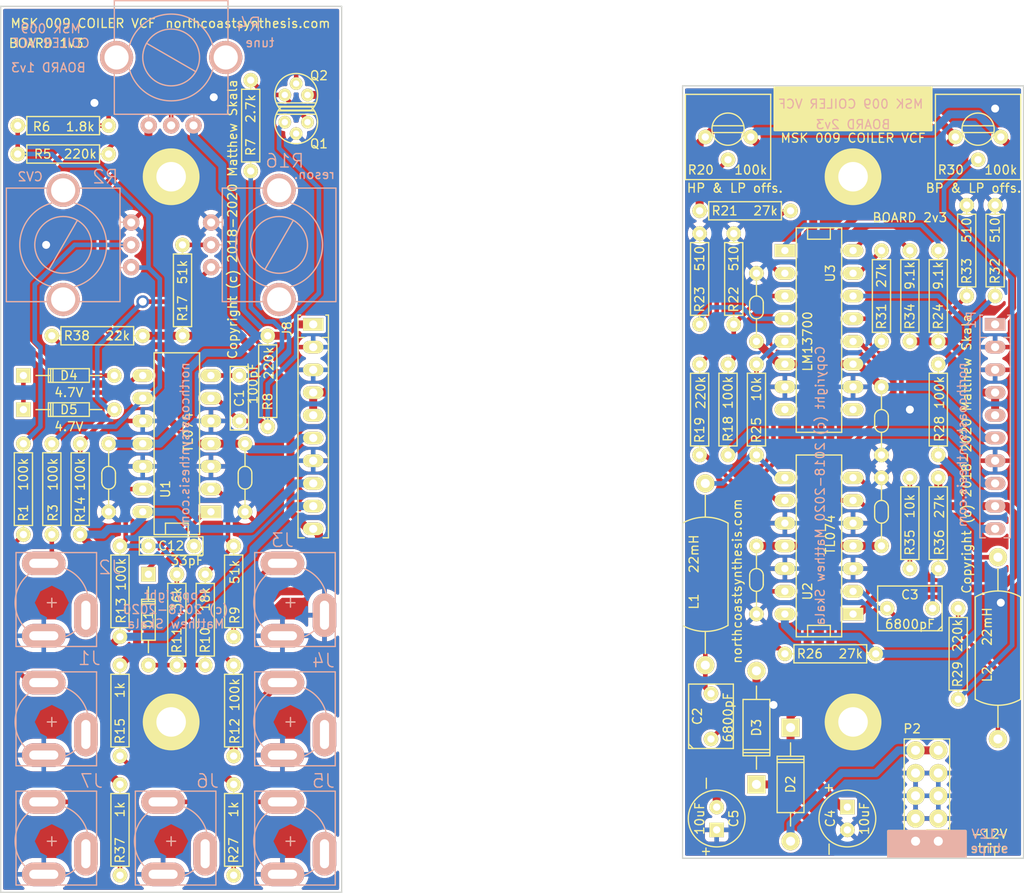
<source format=kicad_pcb>
(kicad_pcb (version 20211014) (generator pcbnew)
  (title_block (title "MSK 009 Coiler VCF") (comment 1 "\"$Id: coiler.kicad_pcb 10098 2022-05-27 20:40:50Z mskala $\""))
  (layers (0 "F.Cu" signal) (31 "B.Cu" signal) (34 "B.Paste" user) (35 "F.Paste" user) (36 "B.SilkS" user "B.Silkscreen") (37 "F.SilkS" user "F.Silkscreen") (38 "B.Mask" user) (39 "F.Mask" user) (44 "Edge.Cuts" user))
  (net 0 "")
  (net 1 "Net-(D1-Pad1)")
  (net 2 "GNDREF")
  (net 3 "Net-(J1-Pad1)")
  (net 4 "Net-(J2-Pad1)")
  (net 5 "Net-(J3-Pad1)")
  (net 6 "Net-(J4-Pad1)")
  (net 7 "Net-(J5-Pad1)")
  (net 8 "Net-(J6-Pad1)")
  (net 9 "Net-(L1-Pad1)")
  (net 10 "Net-(L2-Pad1)")
  (net 11 "-12V")
  (net 12 "+12V")
  (net 13 "Net-(R16-Pad2)")
  (net 14 "Net-(R21-Pad2)")
  (net 15 "Net-(R31-Pad2)")
  (net 16 "Net-(R34-Pad2)")
  (net 17 "Net-(R35-Pad2)")
  (net 18 "Net-(D2-Pad1)")
  (net 19 "Net-(D3-Pad2)")
  (net 20 "Net-(C1-Pad1)")
  (net 21 "Net-(C1-Pad2)")
  (net 22 "Net-(C2-Pad1)")
  (net 23 "Net-(C2-Pad2)")
  (net 24 "Net-(C3-Pad2)")
  (net 25 "Net-(C3-Pad1)")
  (net 26 "Net-(D1-Pad2)")
  (net 27 "Net-(J7-Pad1)")
  (net 28 "/LP")
  (net 29 "/BP")
  (net 30 "/HP")
  (net 31 "/CC")
  (net 32 "Net-(Q1-Pad1)")
  (net 33 "Net-(Q2-Pad2)")
  (net 34 "Net-(R1-Pad1)")
  (net 35 "Net-(R2-Pad3)")
  (net 36 "Net-(R4-Pad2)")
  (net 37 "Net-(R10-Pad2)")
  (net 38 "Net-(R18-Pad1)")
  (net 39 "Net-(R19-Pad2)")
  (net 40 "Net-(R24-Pad2)")
  (net 41 "Net-(R25-Pad2)")
  (net 42 "Net-(R28-Pad1)")
  (net 43 "Net-(R29-Pad2)")
  (net 44 "Net-(C12-Pad2)")
  (net 45 "Net-(D4-Pad2)")
  (net 46 "Net-(D4-Pad1)")
  (net 47 "Net-(R23-Pad1)")
  (net 48 "Net-(R33-Pad1)")
  (footprint "mskala:C2msk" (layer "F.Cu") (at 77.47 94.615 -90)
    (fp_text reference "C1")
    (fp_text value "100pF")
  )
  (footprint "mskala:C1V7msk" (layer "F.Cu") (at 145.415 141.605 -90)
    (fp_text reference "C4")
    (fp_text value "10uF")
  )
  (footprint "mskala:C1V7msk" (layer "F.Cu") (at 130.81 141.605 90)
    (fp_text reference "C5")
    (fp_text value "10uF")
  )
  (footprint "mskala:C3msk" (layer "F.Cu") (at 78.105 103.505 90)
    (fp_text reference "C6" hide)
    (fp_text value "0.1uF" hide)
  )
  (footprint "mskala:C3msk" (layer "F.Cu") (at 62.865 103.505 90)
    (fp_text reference "C7" hide)
    (fp_text value "0.1uF" hide)
  )
  (footprint "mskala:C3msk" (layer "F.Cu") (at 149.225 97.155 -90)
    (fp_text reference "C8" hide)
    (fp_text value "0.1uF" hide)
  )
  (footprint "mskala:C3msk" (layer "F.Cu") (at 135.255 84.455 -90)
    (fp_text reference "C9" hide)
    (fp_text value "0.1uF" hide)
  )
  (footprint "mskala:C3msk" (layer "F.Cu") (at 149.225 107.315 -90)
    (fp_text reference "C10" hide)
    (fp_text value "0.1uF" hide)
  )
  (footprint "mskala:C3msk" (layer "F.Cu") (at 135.255 114.935 90)
    (fp_text reference "C11" hide)
    (fp_text value "0.1uF" hide)
  )
  (footprint "mskala:DO35msk" (layer "F.Cu") (at 67.31 119.38 90)
    (fp_text reference "D1")
    (fp_text value "1N4148" hide)
  )
  (footprint "mskala:DO15msk" (layer "F.Cu") (at 139.065 137.795 90)
    (fp_text reference "D2")
    (fp_text value "1N5818" hide)
  )
  (footprint "mskala:DO15msk" (layer "F.Cu") (at 135.255 131.445 -90)
    (fp_text reference "D3")
    (fp_text value "1N5818" hide)
  )
  (footprint "mskala:MountingHole_M3" (layer "F.Cu") (at 146.05 69.85)
    (fp_text reference "H5" hide)
    (fp_text value "CONN_01X01" hide)
  )
  (footprint "mskala:MountingHole_M3" (layer "F.Cu") (at 146.05 130.81)
    (fp_text reference "H6" hide)
    (fp_text value "CONN_01X01" hide)
  )
  (footprint "mskala:MountingHole_M3" (layer "F.Cu") (at 69.85 69.85)
    (fp_text reference "H9" hide)
    (fp_text value "CONN_01X01" hide)
  )
  (footprint "mskala:MountingHole_M3" (layer "F.Cu") (at 69.85 130.81)
    (fp_text reference "H10" hide)
    (fp_text value "CONN_01X01" hide)
  )
  (footprint "mskala:SIP10-socket" (layer "F.Cu") (at 85.725 97.79 -90)
    (fp_text reference "J8")
    (fp_text value "CONN_01X10" hide)
  )
  (footprint "mskala:L8msk" (layer "F.Cu") (at 129.54 114.3 -90)
    (fp_text reference "L1")
    (fp_text value "22mH")
  )
  (footprint "mskala:L8msk" (layer "F.Cu") (at 162.2425 122.555 -90)
    (fp_text reference "L2")
    (fp_text value "22mH")
  )
  (footprint "mskala:2x05msk" (layer "F.Cu") (at 155.575 144.145 180)
    (fp_text reference "P2")
    (fp_text value "CONN_02X05" hide)
  )
  (footprint "mskala:TO92Xmsk" (layer "F.Cu") (at 85.09 63.754 180)
    (fp_text reference "Q1")
    (fp_text value "SS8550D" hide)
  )
  (footprint "mskala:R4valmsk" (layer "F.Cu") (at 53.34 104.775 -90)
    (fp_text reference "R1")
    (fp_text value "100k")
  )
  (footprint "mskala:R4valmsk" (layer "F.Cu") (at 56.515 104.775 -90)
    (fp_text reference "R3")
    (fp_text value "100k")
  )
  (footprint "mskala:R4valmsk" (layer "F.Cu") (at 57.785 67.31)
    (fp_text reference "R5")
    (fp_text value "220k")
  )
  (footprint "mskala:R4valmsk" (layer "F.Cu") (at 57.785 64.135 180)
    (fp_text reference "R6")
    (fp_text value "1.8k")
  )
  (footprint "mskala:R4valmsk" (layer "F.Cu") (at 78.74 64.135 -90)
    (fp_text reference "R7")
    (fp_text value "2.7k")
  )
  (footprint "mskala:R4valmsk" (layer "F.Cu") (at 80.645 92.71 90)
    (fp_text reference "R8")
    (fp_text value "220k")
  )
  (footprint "mskala:R4valmsk" (layer "F.Cu") (at 76.835 116.205 -90)
    (fp_text reference "R9")
    (fp_text value "51k")
  )
  (footprint "mskala:R4valmsk" (layer "F.Cu") (at 73.66 119.38 90)
    (fp_text reference "R10")
    (fp_text value "18k")
  )
  (footprint "mskala:R4valmsk" (layer "F.Cu") (at 70.485 119.38 90)
    (fp_text reference "R11")
    (fp_text value "36k")
  )
  (footprint "mskala:R4valmsk" (layer "F.Cu") (at 76.835 129.54 -90)
    (fp_text reference "R12")
    (fp_text value "100k")
  )
  (footprint "mskala:R4valmsk" (layer "F.Cu") (at 64.135 116.205 -90)
    (fp_text reference "R13")
    (fp_text value "100k")
  )
  (footprint "mskala:R4valmsk" (layer "F.Cu") (at 59.69 104.775 90)
    (fp_text reference "R14")
    (fp_text value "100k")
  )
  (footprint "mskala:R4valmsk" (layer "F.Cu") (at 64.135 129.54 90)
    (fp_text reference "R15")
    (fp_text value "1k")
  )
  (footprint "mskala:R4valmsk" (layer "F.Cu") (at 71.12 82.55 -90)
    (fp_text reference "R17")
    (fp_text value "51k")
  )
  (footprint "mskala:R4valmsk" (layer "F.Cu") (at 132.08 95.885 -90)
    (fp_text reference "R18")
    (fp_text value "100k")
  )
  (footprint "mskala:R4valmsk" (layer "F.Cu") (at 128.905 95.885 90)
    (fp_text reference "R19")
    (fp_text value "220k")
  )
  (footprint "mskala:3386Pmsk" (layer "F.Cu") (at 129.54 65.405)
    (fp_text reference "R20")
    (fp_text value "100k")
  )
  (footprint "mskala:R4valmsk" (layer "F.Cu") (at 133.985 73.66)
    (fp_text reference "R21")
    (fp_text value "27k")
  )
  (footprint "mskala:R4valmsk" (layer "F.Cu") (at 132.715 81.28 90)
    (fp_text reference "R22")
    (fp_text value "510")
  )
  (footprint "mskala:R4valmsk" (layer "F.Cu") (at 128.905 81.28 90)
    (fp_text reference "R23")
    (fp_text value "510")
  )
  (footprint "mskala:R4valmsk" (layer "F.Cu") (at 155.575 83.185 90)
    (fp_text reference "R24")
    (fp_text value "9.1k")
  )
  (footprint "mskala:R4valmsk" (layer "F.Cu") (at 135.255 95.885 90)
    (fp_text reference "R25")
    (fp_text value "10k")
  )
  (footprint "mskala:R4valmsk" (layer "F.Cu") (at 143.51 123.19 180)
    (fp_text reference "R26")
    (fp_text value "27k")
  )
  (footprint "mskala:R4valmsk" (layer "F.Cu") (at 76.835 142.875 90)
    (fp_text reference "R27")
    (fp_text value "1k")
  )
  (footprint "mskala:R4valmsk" (layer "F.Cu") (at 155.575 95.885 -90)
    (fp_text reference "R28")
    (fp_text value "100k")
  )
  (footprint "mskala:R4valmsk" (layer "F.Cu") (at 157.7975 123.19 -90)
    (fp_text reference "R29")
    (fp_text value "220k")
  )
  (footprint "mskala:3386Pmsk" (layer "F.Cu") (at 157.48 65.405)
    (fp_text reference "R30")
    (fp_text value "100k")
  )
  (footprint "mskala:R4valmsk" (layer "F.Cu") (at 149.225 83.185 90)
    (fp_text reference "R31")
    (fp_text value "27k")
  )
  (footprint "mskala:R4valmsk" (layer "F.Cu") (at 161.925 78.105 90)
    (fp_text reference "R32")
    (fp_text value "510")
  )
  (footprint "mskala:R4valmsk" (layer "F.Cu") (at 158.75 78.105 90)
    (fp_text reference "R33")
    (fp_text value "510")
  )
  (footprint "mskala:R4valmsk" (layer "F.Cu") (at 152.4 83.185 90)
    (fp_text reference "R34")
    (fp_text value "9.1k")
  )
  (footprint "mskala:R4valmsk" (layer "F.Cu") (at 152.4 108.585 -90)
    (fp_text reference "R35")
    (fp_text value "10k")
  )
  (footprint "mskala:R4valmsk" (layer "F.Cu") (at 155.575 108.585 -90)
    (fp_text reference "R36")
    (fp_text value "27k")
  )
  (footprint "mskala:R4valmsk" (layer "F.Cu") (at 64.135 142.875 90)
    (fp_text reference "R37")
    (fp_text value "1k")
  )
  (footprint "mskala:DIP16msk" (layer "F.Cu") (at 142.24 86.995 -90)
    (fp_text reference "U3")
    (fp_text value "LM13700")
  )
  (footprint "mskala:C2_3x2msk" (layer "F.Cu") (at 130.175 130.175 90)
    (fp_text reference "C2")
    (fp_text value "6800pF")
  )
  (footprint "mskala:C2_3x2msk" (layer "F.Cu") (at 152.4 118.11 180)
    (fp_text reference "C3")
    (fp_text value "6800pF")
  )
  (footprint "mskala:C2msk" (layer "F.Cu") (at 69.85 111.125 180)
    (fp_text reference "C12")
    (fp_text value "33pF")
  )
  (footprint "mskala:DO35msk" (layer "F.Cu") (at 58.42 92.075 180)
    (fp_text reference "D4")
    (fp_text value "1N5230B" hide)
  )
  (footprint "mskala:DO35msk" (layer "F.Cu") (at 58.42 95.885 180)
    (fp_text reference "D5")
    (fp_text value "1N5230B" hide)
  )
  (footprint "mskala:R4valmsk" (layer "F.Cu") (at 61.595 87.63)
    (fp_text reference "R38")
    (fp_text value "22k")
  )
  (footprint "mskala:TO92Xmsk" (layer "F.Cu") (at 82.55 60.706)
    (fp_text reference "Q2")
    (fp_text value "SS8550D" hide)
  )
  (footprint "mskala:DIP14msk" (layer "F.Cu") (at 70.485 99.695 90)
    (fp_text reference "U1")
    (fp_text value "TL074")
  )
  (footprint "mskala:DIP14msk" (layer "F.Cu") (at 142.24 111.125 90)
    (fp_text reference "U2")
    (fp_text value "TL074")
  )
  (footprint "mskala:mono_jack_slotted" (layer "B.Cu") (at 56.515 130.81 180)
    (fp_text reference "J1")
    (fp_text value "1502 03" hide)
  )
  (footprint "mskala:mono_jack_slotted" (layer "B.Cu") (at 56.515 117.475 180)
    (fp_text reference "J2")
    (fp_text value "1502 03" hide)
  )
  (footprint "mskala:mono_jack_slotted" (layer "B.Cu") (at 83.185 117.475 180)
    (fp_text reference "J3")
    (fp_text value "1502 03" hide)
  )
  (footprint "mskala:mono_jack_slotted" (layer "B.Cu") (at 83.185 130.81 180)
    (fp_text reference "J4")
    (fp_text value "1502 03" hide)
  )
  (footprint "mskala:mono_jack_slotted" (layer "B.Cu") (at 83.185 144.145 180)
    (fp_text reference "J5")
    (fp_text value "1502 03" hide)
  )
  (footprint "mskala:mono_jack_slotted" (layer "B.Cu") (at 69.85 144.145 180)
    (fp_text reference "J6")
    (fp_text value "1502 03" hide)
  )
  (footprint "mskala:mono_jack_slotted" (layer "B.Cu") (at 56.515 144.145 180)
    (fp_text reference "J7")
    (fp_text value "1502 03" hide)
  )
  (footprint "mskala:SIP10-pins" (layer "B.Cu") (at 161.925 97.79 -90)
    (fp_text reference "P1")
    (fp_text value "CONN_01X10" hide)
  )
  (footprint "mskala:P260Tpot" (layer "B.Cu") (at 57.785 77.47 -90)
    (fp_text reference "R2")
    (fp_text value "100k" hide)
  )
  (footprint "mskala:P260Tpot" (layer "B.Cu") (at 69.85 56.515 180)
    (fp_text reference "R4")
    (fp_text value "100k" hide)
  )
  (footprint "mskala:P260Tpot" (layer "B.Cu") (at 81.915 77.47 90)
    (fp_text reference "R16")
    (fp_text value "100k" hide)
  )
  (gr_line (start 50.8 149.86) (end 50.8 50.8) (layer "Edge.Cuts") (width 0.15))
  (gr_line (start 165.1 59.69) (end 165.1 146.05) (layer "Edge.Cuts") (width 0.15))
  (gr_line (start 88.9 149.86) (end 50.8 149.86) (layer "Edge.Cuts") (width 0.15))
  (gr_line (start 88.9 50.8) (end 88.9 149.86) (layer "Edge.Cuts") (width 0.15))
  (gr_line (start 165.1 146.05) (end 127 146.05) (layer "Edge.Cuts") (width 0.15))
  (gr_line (start 127 146.05) (end 127 59.69) (layer "Edge.Cuts") (width 0.15))
  (gr_line (start 50.8 50.8) (end 88.9 50.8) (layer "Edge.Cuts") (width 0.15))
  (gr_line (start 127 59.69) (end 165.1 59.69) (layer "Edge.Cuts") (width 0.15))
  (gr_text "MSK 009\nCOILER VCF" (at 56.388 54.102) (layer "B.SilkS") (effects (font (size 1 1)) (justify mirror)))
  (gr_text "Copyright\n(c) 2018-2020\nMatthew Skala" (at 70.358 118.237) (layer "B.SilkS") (effects (font (size 1 1)) (justify mirror)))
  (gr_text "northcoastsynthesis.com" (at 71.374 99.822 90) (layer "B.SilkS") (effects (font (size 1 1)) (justify mirror)))
  (gr_text "BOARD 2v3" (at 146.05 64.008) (layer "B.SilkS") (effects (font (size 1 1)) (justify mirror)))
  (gr_text "northcoastsynthesis.com" (at 158.242 99.822 90) (layer "B.SilkS") (effects (font (size 1 1)) (justify mirror)))
  (gr_text "Copyright (c) 2018-2020 Matthew Skala" (at 142.367 104.394 90) (layer "B.SilkS") (effects (font (size 1 1)) (justify mirror)))
  (gr_text "MSK 009 COILER VCF" (at 145.796 61.722) (layer "B.SilkS") (effects (font (size 1 1)) (justify mirror)))
  (gr_text "tune" (at 79.756 54.864) (layer "B.SilkS") (effects (font (size 1 1)) (justify mirror)))
  (gr_text "-12V\nstripe" (at 161.29 144.145) (layer "B.SilkS") (effects (font (size 1 1)) (justify mirror)))
  (gr_text "CV2" (at 54.102 69.85) (layer "B.SilkS") (effects (font (size 1 1)) (justify mirror)))
  (gr_text "BOARD 1v3" (at 56.134 57.658) (layer "B.SilkS") (effects (font (size 1 1)) (justify mirror)))
  (gr_text "reson." (at 85.852 69.596) (layer "B.SilkS") (effects (font (size 1 1)) (justify mirror)))
  (gr_text "4.7V" (at 58.42 97.79) (layer "F.SilkS") (effects (font (size 1 1))))
  (gr_text "BOARD 2v3" (at 152.4 74.422) (layer "F.SilkS") (effects (font (size 1 1))))
  (gr_text "northcoastsynthesis.com" (at 133.096 115.062 90) (layer "F.SilkS") (effects (font (size 1 1))))
  (gr_text "Copyright (c) 2018-2020 Matthew Skala" (at 158.75 100.838 90) (layer "F.SilkS") (effects (font (size 1 1))))
  (gr_text "MSK 009 COILER VCF" (at 146.05 65.532) (layer "F.SilkS") (effects (font (size 1 1))))
  (gr_text "Copyright (c) 2018-2020 Matthew Skala" (at 76.708 74.6125 90) (layer "F.SilkS") (effects (font (size 1 1))))
  (gr_text "BOARD 1v3" (at 55.88 54.9275) (layer "F.SilkS") (effects (font (size 1 1))))
  (gr_text "BP & LP offs." (at 159.512 71.12) (layer "F.SilkS") (effects (font (size 1 1))))
  (gr_text "MSK 009 COILER VCF" (at 60.0075 52.705) (layer "F.SilkS") (effects (font (size 1 1))))
  (gr_text "-12V\nstripe" (at 161.29 144.145) (layer "F.SilkS") (effects (font (size 1 1))))
  (gr_text "HP & LP offs." (at 132.842 71.12) (layer "F.SilkS") (effects (font (size 1 1))))
  (gr_text "northcoastsynthesis.com" (at 78.4225 52.705) (layer "F.SilkS") (effects (font (size 1 1))))
  (gr_text "4.7V" (at 58.42 93.98) (layer "F.SilkS") (effects (font (size 1 1))))
  (segment (start 67.31 124.46) (end 70.485 124.46) (width 0.508) (layer "F.Cu") (net 1))
  (segment (start 70.485 124.46) (end 73.66 124.46) (width 0.508) (layer "F.Cu") (net 1))
  (segment (start 151.765 100.965) (end 151.765 96.52) (width 0.508) (layer "F.Cu") (net 2))
  (segment (start 151.765 96.52) (end 152.4 95.885) (width 0.508) (layer "F.Cu") (net 2))
  (segment (start 151.765 130.81) (end 157.48 125.095) (width 0.508) (layer "F.Cu") (net 2))
  (segment (start 74.6125 65.0875) (end 74.6125 60.96) (width 0.508) (layer "F.Cu") (net 2))
  (segment (start 149.225 103.505) (end 151.765 100.965) (width 0.508) (layer "F.Cu") (net 2))
  (segment (start 69.85 69.85) (end 74.6125 65.0875) (width 0.508) (layer "F.Cu") (net 2))
  (segment (start 146.05 130.81) (end 151.765 130.81) (width 0.508) (layer "F.Cu") (net 2))
  (via (at 137.16 128.905) (size 1.4224) (drill 0.889) (layers "F.Cu" "B.Cu") (net 2))
  (via (at 55.88 77.47) (size 1.4224) (drill 0.889) (layers "F.Cu" "B.Cu") (net 2))
  (via (at 61.2775 61.595) (size 1.4224) (drill 0.889) (layers "F.Cu" "B.Cu") (net 2))
  (via (at 152.4 95.885) (size 1.4224) (drill 0.889) (layers "F.Cu" "B.Cu") (net 2))
  (via (at 161.925 62.23) (size 1.4224) (drill 0.889) (layers "F.Cu" "B.Cu") (net 2))
  (via (at 74.6125 60.96) (size 1.4224) (drill 0.889) (layers "F.Cu" "B.Cu") (net 2))
  (via (at 162.56 117.475) (size 1.4224) (drill 0.889) (layers "F.Cu" "B.Cu") (net 2))
  (segment (start 164.1475 70.8025) (end 164.1475 64.4525) (width 0.508) (layer "B.Cu") (net 2))
  (segment (start 164.1475 64.4525) (end 161.925 62.23) (width 0.508) (layer "B.Cu") (net 2))
  (segment (start 142.875 130.81) (end 140.97 128.905) (width 0.508) (layer "B.Cu") (net 2))
  (segment (start 140.97 128.905) (end 137.16 128.905) (width 0.508) (layer "B.Cu") (net 2))
  (segment (start 157.48 125.095) (end 158.75 125.095) (width 0.508) (layer "B.Cu") (net 2))
  (segment (start 158.75 125.095) (end 162.56 121.285) (width 0.508) (layer "B.Cu") (net 2))
  (segment (start 162.56 121.285) (end 162.56 117.475) (width 0.508) (layer "B.Cu") (net 2))
  (segment (start 65.385 74.91) (end 64.135 73.66) (width 0.508) (layer "B.Cu") (net 2))
  (segment (start 64.135 73.66) (end 60.325 73.66) (width 0.508) (layer "B.Cu") (net 2))
  (segment (start 60.325 73.66) (end 56.515 77.47) (width 0.508) (layer "B.Cu") (net 2))
  (segment (start 56.515 77.47) (end 55.88 77.47) (width 0.508) (layer "B.Cu") (net 2))
  (segment (start 74.6125 60.96) (end 61.9125 60.96) (width 0.508) (layer "B.Cu") (net 2))
  (segment (start 61.9125 60.96) (end 61.2775 61.595) (width 0.508) (layer "B.Cu") (net 2))
  (segment (start 146.05 130.81) (end 142.875 130.81) (width 0.508) (layer "B.Cu") (net 2))
  (segment (start 161.925 73.025) (end 164.1475 70.8025) (width 0.508) (layer "B.Cu") (net 2))
  (segment (start 52.07 111.125) (end 52.07 124.46) (width 0.508) (layer "F.Cu") (net 3))
  (segment (start 52.07 124.46) (end 53.975 126.365) (width 0.508) (layer "F.Cu") (net 3))
  (segment (start 53.34 109.855) (end 52.07 111.125) (width 0.508) (layer "F.Cu") (net 3))
  (segment (start 56.515 109.855) (end 56.515 112.395) (width 0.508) (layer "F.Cu") (net 4))
  (segment (start 76.835 117.475) (end 81.28 113.03) (width 0.508) (layer "F.Cu") (net 5))
  (segment (start 76.835 121.285) (end 76.835 117.475) (width 0.508) (layer "F.Cu") (net 5))
  (segment (start 76.835 131.445) (end 81.915 126.365) (width 0.889) (layer "F.Cu") (net 6))
  (segment (start 76.835 134.62) (end 76.835 131.445) (width 0.889) (layer "F.Cu") (net 6))
  (segment (start 74.975 139.745) (end 71.12 135.89) (width 0.508) (layer "F.Cu") (net 7))
  (segment (start 71.12 135.89) (end 65.405 135.89) (width 0.508) (layer "F.Cu") (net 7))
  (segment (start 65.405 135.89) (end 64.135 134.62) (width 0.508) (layer "F.Cu") (net 7))
  (segment (start 82.285 139.745) (end 74.975 139.745) (width 0.508) (layer "F.Cu") (net 7))
  (segment (start 72.435 139.745) (end 76.835 144.145) (width 0.508) (layer "F.Cu") (net 8))
  (segment (start 76.835 144.145) (end 76.835 147.955) (width 0.508) (layer "F.Cu") (net 8))
  (segment (start 68.95 139.745) (end 72.435 139.745) (width 0.508) (layer "F.Cu") (net 8))
  (segment (start 131.445 104.14) (end 134.62 100.965) (width 0.508) (layer "B.Cu") (net 9))
  (segment (start 134.62 100.965) (end 135.255 100.965) (width 0.508) (layer "B.Cu") (net 9))
  (segment (start 129.54 104.14) (end 131.445 104.14) (width 0.508) (layer "B.Cu") (net 9))
  (segment (start 135.255 100.965) (end 137.795 103.505) (width 0.508) (layer "B.Cu") (net 9))
  (segment (start 159.385 112.395) (end 162.2425 112.395) (width 0.508) (layer "F.Cu") (net 10))
  (segment (start 146.685 103.505) (end 148.59 105.41) (width 0.508) (layer "F.Cu") (net 10))
  (segment (start 148.59 105.41) (end 152.4 105.41) (width 0.508) (layer "F.Cu") (net 10))
  (segment (start 152.4 105.41) (end 152.4 103.505) (width 0.508) (layer "F.Cu") (net 10))
  (segment (start 152.4 105.41) (end 159.385 112.395) (width 0.508) (layer "F.Cu") (net 10))
  (segment (start 82.55 87.63) (end 83.82 86.36) (width 0.889) (layer "F.Cu") (net 11))
  (segment (start 83.82 86.36) (end 85.725 86.36) (width 0.889) (layer "F.Cu") (net 11))
  (segment (start 163.83 66.675) (end 163.83 84.455) (width 0.889) (layer "F.Cu") (net 11))
  (segment (start 163.83 84.455) (end 161.925 86.36) (width 0.889) (layer "F.Cu") (net 11))
  (segment (start 134.62 65.405) (end 141.605 72.39) (width 0.889) (layer "F.Cu") (net 11))
  (segment (start 141.605 72.39) (end 141.605 75.565) (width 0.889) (layer "F.Cu") (net 11))
  (segment (start 140.97 90.805) (end 138.43 90.805) (width 0.889) (layer "F.Cu") (net 11))
  (segment (start 140.97 111.125) (end 138.43 111.125) (width 0.889) (layer "F.Cu") (net 11))
  (segment (start 135.255 127) (end 139.065 127) (width 0.889) (layer "F.Cu") (net 11))
  (segment (start 139.065 127) (end 140.97 125.095) (width 0.889) (layer "F.Cu") (net 11))
  (segment (start 140.97 125.095) (end 140.97 111.125) (width 0.889) (layer "F.Cu") (net 11))
  (segment (start 135.255 132.08) (end 130.81 136.525) (width 0.889) (layer "F.Cu") (net 11))
  (segment (start 130.81 136.525) (end 130.81 140.335) (width 0.889) (layer "F.Cu") (net 11))
  (segment (start 140.97 90.805) (end 140.97 111.125) (width 0.889) (layer "F.Cu") (net 11))
  (segment (start 140.97 76.2) (end 140.97 90.805) (width 0.889) (layer "F.Cu") (net 11))
  (segment (start 141.605 75.565) (end 140.97 76.2) (width 0.889) (layer "F.Cu") (net 11))
  (segment (start 80.645 87.63) (end 82.55 87.63) (width 0.889) (layer "F.Cu") (net 11))
  (segment (start 135.255 127) (end 135.255 132.08) (width 0.889) (layer "F.Cu") (net 11))
  (segment (start 135.255 88.265) (end 137.795 90.805) (width 0.889) (layer "F.Cu") (net 11))
  (segment (start 138.43 111.125) (end 135.255 111.125) (width 0.889) (layer "F.Cu") (net 11))
  (segment (start 135.255 125.095) (end 135.255 127) (width 0.889) (layer "F.Cu") (net 11))
  (segment (start 162.56 65.405) (end 163.83 66.675) (width 0.889) (layer "F.Cu") (net 11))
  (segment (start 68.58 99.695) (end 71.755 96.52) (width 0.889) (layer "B.Cu") (net 11))
  (segment (start 71.755 96.52) (end 71.755 91.44) (width 0.889) (layer "B.Cu") (net 11))
  (segment (start 71.755 91.44) (end 73.66 89.535) (width 0.889) (layer "B.Cu") (net 11))
  (segment (start 73.66 89.535) (end 77.47 89.535) (width 0.889) (layer "B.Cu") (net 11))
  (segment (start 77.47 89.535) (end 79.375 87.63) (width 0.889) (layer "B.Cu") (net 11))
  (segment (start 79.375 87.63) (end 80.645 87.63) (width 0.889) (layer "B.Cu") (net 11))
  (segment (start 76.835 85.09) (end 76.835 72.39) (width 0.889) (layer "B.Cu") (net 11))
  (segment (start 75.565 71.12) (end 75.565 68.58) (width 0.889) (layer "B.Cu") (net 11))
  (segment (start 72.39 65.405) (end 72.39 64.135) (width 0.889) (layer "B.Cu") (net 11))
  (segment (start 76.835 72.39) (end 75.565 71.12) (width 0.889) (layer "B.Cu") (net 11))
  (segment (start 75.565 68.58) (end 72.39 65.405) (width 0.889) (layer "B.Cu") (net 11))
  (segment (start 135.255 64.77) (end 154.94 64.77) (width 0.889) (layer "B.Cu") (net 11))
  (segment (start 154.94 64.77) (end 156.845 62.865) (width 0.889) (layer "B.Cu") (net 11))
  (segment (start 156.845 62.865) (end 160.02 62.865) (width 0.889) (layer "B.Cu") (net 11))
  (segment (start 160.02 62.865) (end 162.56 65.405) (width 0.889) (layer "B.Cu") (net 11))
  (segment (start 62.865 99.695) (end 66.675 99.695) (width 0.889) (layer "B.Cu") (net 11))
  (segment (start 79.375 87.63) (end 76.835 85.09) (width 0.889) (layer "B.Cu") (net 11))
  (segment (start 66.675 99.695) (end 68.58 99.695) (width 0.889) (layer "B.Cu") (net 11))
  (segment (start 134.62 65.405) (end 135.255 64.77) (width 0.889) (layer "B.Cu") (net 11))
  (segment (start 132.08 62.865) (end 154.94 62.865) (width 0.889) (layer "F.Cu") (net 12))
  (segment (start 65.7225 89.8525) (end 62.23 86.36) (width 0.889) (layer "F.Cu") (net 12))
  (segment (start 62.23 86.36) (end 62.23 71.12) (width 0.889) (layer "F.Cu") (net 12))
  (segment (start 69.85 91.44) (end 69.85 97.155) (width 0.889) (layer "F.Cu") (net 12))
  (segment (start 69.85 97.155) (end 72.39 99.695) (width 0.889) (layer "F.Cu") (net 12))
  (segment (start 62.23 71.12) (end 67.31 66.04) (width 0.889) (layer "F.Cu") (net 12))
  (segment (start 67.31 66.04) (end 67.31 64.135) (width 0.889) (layer "F.Cu") (net 12))
  (segment (start 128.905 66.04) (end 129.54 65.405) (width 0.889) (layer "F.Cu") (net 12))
  (segment (start 154.94 62.865) (end 157.48 65.405) (width 0.889) (layer "F.Cu") (net 12))
  (segment (start 139.065 130.175) (end 143.51 125.73) (width 0.889) (layer "F.Cu") (net 12))
  (segment (start 143.51 125.73) (end 143.51 111.125) (width 0.889) (layer "F.Cu") (net 12))
  (segment (start 143.51 77.1525) (end 146.3675 74.295) (width 0.889) (layer "F.Cu") (net 12))
  (segment (start 146.3675 74.295) (end 149.225 74.295) (width 0.889) (layer "F.Cu") (net 12))
  (segment (start 149.225 74.295) (end 157.48 65.405) (width 0.889) (layer "F.Cu") (net 12))
  (segment (start 143.51 90.805) (end 143.51 77.1525) (width 0.889) (layer "F.Cu") (net 12))
  (segment (start 143.51 111.125) (end 143.51 107.315) (width 0.889) (layer "F.Cu") (net 12))
  (segment (start 139.065 134.62) (end 144.78 140.335) (width 0.889) (layer "F.Cu") (net 12))
  (segment (start 144.78 140.335) (end 145.415 140.335) (width 0.889) (layer "F.Cu") (net 12))
  (segment (start 146.685 90.805) (end 149.225 93.345) (width 0.889) (layer "F.Cu") (net 12))
  (segment (start 143.51 107.315) (end 142.5575 106.3625) (width 0.889) (layer "F.Cu") (net 12))
  (segment (start 142.5575 106.3625) (end 142.5575 100.6475) (width 0.889) (layer "F.Cu") (net 12))
  (segment (start 143.51 99.695) (end 143.51 90.805) (width 0.889) (layer "F.Cu") (net 12))
  (segment (start 142.5575 100.6475) (end 143.51 99.695) (width 0.889) (layer "F.Cu") (net 12))
  (segment (start 139.065 131.445) (end 139.065 134.62) (width 0.889) (layer "F.Cu") (net 12))
  (segment (start 129.54 65.405) (end 132.08 62.865) (width 0.889) (layer "F.Cu") (net 12))
  (segment (start 74.295 99.695) (end 78.105 99.695) (width 0.889) (layer "F.Cu") (net 12))
  (segment (start 143.51 90.805) (end 146.05 90.805) (width 0.889) (layer "F.Cu") (net 12))
  (segment (start 143.51 111.125) (end 146.05 111.125) (width 0.889) (layer "F.Cu") (net 12))
  (segment (start 128.905 73.66) (end 128.905 66.04) (width 0.889) (layer "F.Cu") (net 12))
  (segment (start 139.065 131.445) (end 139.065 130.175) (width 0.889) (layer "F.Cu") (net 12))
  (segment (start 74.295 99.695) (end 72.39 99.695) (width 0.889) (layer "F.Cu") (net 12))
  (segment (start 69.85 91.44) (end 68.2625 89.8525) (width 0.889) (layer "F.Cu") (net 12))
  (segment (start 146.05 111.125) (end 149.225 111.125) (width 0.889) (layer "F.Cu") (net 12))
  (segment (start 65.7225 89.8525) (end 68.2625 89.8525) (width 0.889) (layer "F.Cu") (net 12))
  (segment (start 83.185 100.33) (end 84.455 99.06) (width 0.889) (layer "B.Cu") (net 12))
  (segment (start 84.455 99.06) (end 85.725 99.06) (width 0.889) (layer "B.Cu") (net 12))
  (segment (start 78.74 100.33) (end 83.185 100.33) (width 0.889) (layer "B.Cu") (net 12))
  (segment (start 146.685 90.805) (end 149.225 88.265) (width 0.889) (layer "B.Cu") (net 12))
  (segment (start 154.94 93.345) (end 160.655 99.06) (width 0.889) (layer "B.Cu") (net 12))
  (segment (start 160.655 99.06) (end 161.925 99.06) (width 0.889) (layer "B.Cu") (net 12))
  (segment (start 149.225 93.345) (end 154.94 93.345) (width 0.889) (layer "B.Cu") (net 12))
  (segment (start 78.105 99.695) (end 78.74 100.33) (width 0.889) (layer "B.Cu") (net 12))
  (segment (start 71.12 77.47) (end 74.295 77.47) (width 0.508) (layer "F.Cu") (net 13))
  (segment (start 137.795 80.645) (end 135.89 78.74) (width 0.508) (layer "F.Cu") (net 14))
  (segment (start 135.89 78.74) (end 135.89 76.2) (width 0.508) (layer "F.Cu") (net 14))
  (segment (start 135.89 76.2) (end 138.43 73.66) (width 0.508) (layer "F.Cu") (net 14))
  (segment (start 138.43 73.66) (end 139.065 73.66) (width 0.508) (layer "F.Cu") (net 14))
  (segment (start 146.685 80.645) (end 149.225 78.105) (width 0.508) (layer "F.Cu") (net 15))
  (segment (start 147.955 76.2) (end 150.495 76.2) (width 0.508) (layer "F.Cu") (net 16))
  (segment (start 150.495 76.2) (end 152.4 78.105) (width 0.508) (layer "F.Cu") (net 16))
  (segment (start 146.05 78.105) (end 147.955 76.2) (width 0.508) (layer "F.Cu") (net 16))
  (segment (start 146.685 106.045) (end 149.86 109.22) (width 0.508) (layer "F.Cu") (net 17))
  (segment (start 149.86 109.22) (end 151.13 109.22) (width 0.508) (layer "F.Cu") (net 17))
  (segment (start 151.13 109.22) (end 152.4 110.49) (width 0.508) (layer "F.Cu") (net 17))
  (segment (start 152.4 110.49) (end 152.4 113.665) (width 0.508) (layer "F.Cu") (net 17))
  (segment (start 144.78 106.045) (end 144.145 105.41) (width 0.508) (layer "F.Cu") (net 17))
  (segment (start 144.145 105.41) (end 144.145 101.6) (width 0.508) (layer "F.Cu") (net 17))
  (segment (start 144.145 101.6) (end 151.4475 94.2975) (width 0.508) (layer "F.Cu") (net 17))
  (segment (start 151.4475 94.2975) (end 151.4475 92.3925) (width 0.508) (layer "F.Cu") (net 17))
  (segment (start 151.4475 92.3925) (end 149.5425 90.4875) (width 0.508) (layer "F.Cu") (net 17))
  (segment (start 148.9075 90.4875) (end 146.685 88.265) (width 0.508) (layer "F.Cu") (net 17))
  (segment (start 149.5425 90.4875) (end 148.9075 90.4875) (width 0.508) (layer "F.Cu") (net 17))
  (segment (start 146.05 106.045) (end 144.78 106.045) (width 0.508) (layer "F.Cu") (net 17))
  (segment (start 153.035 133.985) (end 155.575 133.985) (width 0.889) (layer "F.Cu") (net 18))
  (segment (start 139.065 142.24) (end 144.78 136.525) (width 0.889) (layer "B.Cu") (net 18))
  (segment (start 144.78 136.525) (end 148.59 136.525) (width 0.889) (layer "B.Cu") (net 18))
  (segment (start 148.59 136.525) (end 151.13 133.985) (width 0.889) (layer "B.Cu") (net 18))
  (segment (start 151.13 133.985) (end 153.035 133.985) (width 0.889) (layer "B.Cu") (net 18))
  (segment (start 139.065 144.145) (end 139.065 142.24) (width 0.889) (layer "B.Cu") (net 18))
  (segment (start 152.4 144.145) (end 151.765 144.78) (width 0.889) (layer "F.Cu") (net 19))
  (segment (start 151.765 144.78) (end 144.145 144.78) (width 0.889) (layer "F.Cu") (net 19))
  (segment (start 144.145 144.78) (end 137.16 137.795) (width 0.889) (layer "F.Cu") (net 19))
  (segment (start 137.16 137.795) (end 135.255 137.795) (width 0.889) (layer "F.Cu") (net 19))
  (segment (start 155.575 144.145) (end 153.035 144.145) (width 0.889) (layer "F.Cu") (net 19))
  (segment (start 153.035 144.145) (end 152.4 144.145) (width 0.889) (layer "F.Cu") (net 19))
  (segment (start 74.295 92.075) (end 77.47 92.075) (width 0.508) (layer "F.Cu") (net 20))
  (segment (start 79.0575 92.075) (end 82.2325 88.9) (width 0.508) (layer "B.Cu") (net 20))
  (segment (start 82.2325 88.9) (end 82.2325 86.995) (width 0.508) (layer "B.Cu") (net 20))
  (segment (start 82.2325 86.995) (end 81.28 86.0425) (width 0.508) (layer "B.Cu") (net 20))
  (segment (start 81.28 86.0425) (end 80.3275 86.0425) (width 0.508) (layer "B.Cu") (net 20))
  (segment (start 80.3275 86.0425) (end 78.74 84.455) (width 0.508) (layer "B.Cu") (net 20))
  (segment (start 78.74 84.455) (end 78.74 69.215) (width 0.508) (layer "B.Cu") (net 20))
  (segment (start 77.47 92.075) (end 79.0575 92.075) (width 0.508) (layer "B.Cu") (net 20))
  (segment (start 74.93 94.615) (end 77.47 97.155) (width 0.508) (layer "F.Cu") (net 21))
  (segment (start 80.01 97.155) (end 80.645 97.79) (width 0.508) (layer "F.Cu") (net 21))
  (segment (start 77.47 97.155) (end 80.01 97.155) (width 0.508) (layer "F.Cu") (net 21))
  (segment (start 80.645 93.0275) (end 83.82 89.8525) (width 0.508) (layer "B.Cu") (net 21))
  (segment (start 83.82 89.8525) (end 83.82 85.4075) (width 0.508) (layer "B.Cu") (net 21))
  (segment (start 83.82 85.4075) (end 86.36 82.8675) (width 0.508) (layer "B.Cu") (net 21))
  (segment (start 86.36 82.8675) (end 86.36 71.12) (width 0.508) (layer "B.Cu") (net 21))
  (segment (start 86.36 71.12) (end 81.915 66.675) (width 0.508) (layer "B.Cu") (net 21))
  (segment (start 81.915 64.389) (end 82.55 63.754) (width 0.508) (layer "B.Cu") (net 21))
  (segment (start 81.915 66.675) (end 81.915 64.389) (width 0.508) (layer "B.Cu") (net 21))
  (segment (start 80.645 97.79) (end 80.645 93.0275) (width 0.508) (layer "B.Cu") (net 21))
  (segment (start 132.715 130.175) (end 132.715 123.825) (width 0.508) (layer "F.Cu") (net 22))
  (segment (start 132.715 123.825) (end 133.985 122.555) (width 0.508) (layer "F.Cu") (net 22))
  (segment (start 133.985 122.555) (end 137.795 122.555) (width 0.508) (layer "F.Cu") (net 22))
  (segment (start 137.795 122.555) (end 138.43 123.19) (width 0.508) (layer "F.Cu") (net 22))
  (segment (start 130.175 132.715) (end 132.715 130.175) (width 0.508) (layer "F.Cu") (net 22))
  (segment (start 129.54 120.015) (end 133.35 116.205) (width 0.508) (layer "F.Cu") (net 23))
  (segment (start 133.35 116.205) (end 138.43 116.205) (width 0.508) (layer "F.Cu") (net 23))
  (segment (start 129.54 127) (end 130.175 127.635) (width 0.508) (layer "F.Cu") (net 23))
  (segment (start 129.54 100.965) (end 133.35 104.775) (width 0.508) (layer "F.Cu") (net 23))
  (segment (start 133.35 104.775) (end 133.35 116.205) (width 0.508) (layer "F.Cu") (net 23))
  (segment (start 129.54 123.825) (end 129.54 120.015) (width 0.508) (layer "F.Cu") (net 23))
  (segment (start 129.54 123.825) (end 129.54 127) (width 0.508) (layer "F.Cu") (net 23))
  (segment (start 152.4 120.65) (end 157.7975 120.65) (width 0.508) (layer "F.Cu") (net 24))
  (segment (start 157.7975 120.65) (end 157.7975 118.11) (width 0.508) (layer "F.Cu") (net 24))
  (segment (start 162.2425 125.095) (end 157.7975 120.65) (width 0.508) (layer "F.Cu") (net 24))
  (segment (start 149.86 118.11) (end 152.4 120.65) (width 0.508) (layer "F.Cu") (net 24))
  (segment (start 162.2425 132.715) (end 162.2425 125.095) (width 0.508) (layer "F.Cu") (net 24))
  (segment (start 147.0025 116.205) (end 148.9075 118.11) (width 0.508) (layer "B.Cu") (net 24))
  (segment (start 148.9075 118.11) (end 149.86 118.11) (width 0.508) (layer "B.Cu") (net 24))
  (segment (start 146.05 116.205) (end 147.0025 116.205) (width 0.508) (layer "B.Cu") (net 24))
  (segment (start 154.94 114.3) (end 155.575 113.665) (width 0.508) (layer "B.Cu") (net 25))
  (segment (start 154.94 118.11) (end 154.94 114.3) (width 0.508) (layer "B.Cu") (net 25))
  (segment (start 67.31 113.665) (end 73.66 107.315) (width 0.508) (layer "F.Cu") (net 26))
  (segment (start 67.31 114.3) (end 67.31 113.665) (width 0.508) (layer "F.Cu") (net 26))
  (segment (start 60.37 139.745) (end 64.135 143.51) (width 0.508) (layer "F.Cu") (net 27))
  (segment (start 64.135 143.51) (end 64.135 147.955) (width 0.508) (layer "F.Cu") (net 27))
  (segment (start 55.615 139.745) (end 60.37 139.745) (width 0.508) (layer "F.Cu") (net 27))
  (segment (start 155.575 106.045) (end 156.21 106.68) (width 0.889) (layer "F.Cu") (net 28))
  (segment (start 156.21 106.68) (end 161.925 106.68) (width 0.889) (layer "F.Cu") (net 28))
  (segment (start 163.195 106.68) (end 164.1475 107.6325) (width 0.889) (layer "F.Cu") (net 28))
  (segment (start 164.1475 107.6325) (end 164.1475 114.3) (width 0.889) (layer "F.Cu") (net 28))
  (segment (start 164.1475 114.3) (end 162.56 115.8875) (width 0.889) (layer "F.Cu") (net 28))
  (segment (start 162.56 115.8875) (end 149.5425 115.8875) (width 0.889) (layer "F.Cu") (net 28))
  (segment (start 149.5425 115.8875) (end 146.685 118.745) (width 0.889) (layer "F.Cu") (net 28))
  (segment (start 62.5475 136.2075) (end 62.5475 127.635) (width 0.889) (layer "F.Cu") (net 28))
  (segment (start 61.9125 123.5075) (end 64.135 121.285) (width 0.889) (layer "F.Cu") (net 28))
  (segment (start 62.5475 127.635) (end 61.9125 127) (width 0.889) (layer "F.Cu") (net 28))
  (segment (start 61.9125 127) (end 61.9125 123.5075) (width 0.889) (layer "F.Cu") (net 28))
  (segment (start 64.135 137.795) (end 62.5475 136.2075) (width 0.889) (layer "F.Cu") (net 28))
  (segment (start 161.925 106.68) (end 163.195 106.68) (width 0.889) (layer "F.Cu") (net 28))
  (segment (start 155.575 103.505) (end 155.575 106.045) (width 0.889) (layer "F.Cu") (net 28))
  (segment (start 69.215 121.285) (end 73.66 116.84) (width 0.889) (layer "B.Cu") (net 28))
  (segment (start 79.0575 111.4425) (end 83.82 106.68) (width 0.889) (layer "B.Cu") (net 28))
  (segment (start 79.0575 112.0775) (end 79.0575 111.4425) (width 0.889) (layer "B.Cu") (net 28))
  (segment (start 73.66 116.84) (end 74.295 116.84) (width 0.889) (layer "B.Cu") (net 28))
  (segment (start 74.295 116.84) (end 79.0575 112.0775) (width 0.889) (layer "B.Cu") (net 28))
  (segment (start 69.215 121.285) (end 64.135 121.285) (width 0.889) (layer "B.Cu") (net 28))
  (segment (start 85.725 106.68) (end 83.82 106.68) (width 0.889) (layer "B.Cu") (net 28))
  (segment (start 74.295 135.255) (end 74.295 133.35) (width 0.889) (layer "F.Cu") (net 29))
  (segment (start 74.93 129.54) (end 78.74 125.73) (width 0.889) (layer "F.Cu") (net 29))
  (segment (start 78.74 125.73) (end 78.74 119.38) (width 0.889) (layer "F.Cu") (net 29))
  (segment (start 78.74 119.38) (end 81.915 116.205) (width 0.889) (layer "F.Cu") (net 29))
  (segment (start 81.915 116.205) (end 84.455 116.205) (width 0.889) (layer "F.Cu") (net 29))
  (segment (start 84.455 116.205) (end 86.36 114.3) (width 0.889) (layer "F.Cu") (net 29))
  (segment (start 86.36 114.3) (end 86.36 109.855) (width 0.889) (layer "F.Cu") (net 29))
  (segment (start 86.36 109.855) (end 85.725 109.22) (width 0.889) (layer "F.Cu") (net 29))
  (segment (start 77.47 87.63) (end 83.185 93.345) (width 0.889) (layer "F.Cu") (net 29))
  (segment (start 83.185 93.345) (end 83.185 107.315) (width 0.889) (layer "F.Cu") (net 29))
  (segment (start 83.185 107.315) (end 85.09 109.22) (width 0.889) (layer "F.Cu") (net 29))
  (segment (start 74.93 132.715) (end 74.93 129.54) (width 0.889) (layer "F.Cu") (net 29))
  (segment (start 74.295 133.35) (end 74.93 132.715) (width 0.889) (layer "F.Cu") (net 29))
  (segment (start 71.12 87.63) (end 77.47 87.63) (width 0.889) (layer "F.Cu") (net 29))
  (segment (start 76.835 137.795) (end 74.295 135.255) (width 0.889) (layer "F.Cu") (net 29))
  (segment (start 66.675 87.63) (end 71.12 87.63) (width 0.889) (layer "F.Cu") (net 29))
  (segment (start 138.43 120.015) (end 139.7 121.285) (width 0.889) (layer "B.Cu") (net 29))
  (segment (start 139.7 121.285) (end 146.685 121.285) (width 0.889) (layer "B.Cu") (net 29))
  (segment (start 146.685 121.285) (end 148.59 123.19) (width 0.889) (layer "B.Cu") (net 29))
  (segment (start 160.02 109.22) (end 161.925 109.22) (width 0.889) (layer "B.Cu") (net 29))
  (segment (start 160.02 120.65) (end 157.48 123.19) (width 0.889) (layer "B.Cu") (net 29))
  (segment (start 157.48 123.19) (end 148.59 123.19) (width 0.889) (layer "B.Cu") (net 29))
  (segment (start 157.7975 103.1875) (end 157.7975 106.9975) (width 0.889) (layer "B.Cu") (net 29))
  (segment (start 160.02 109.22) (end 160.02 120.65) (width 0.889) (layer "B.Cu") (net 29))
  (segment (start 157.7975 106.9975) (end 160.02 109.22) (width 0.889) (layer "B.Cu") (net 29))
  (segment (start 138.43 118.745) (end 138.43 120.015) (width 0.889) (layer "B.Cu") (net 29))
  (segment (start 155.575 100.965) (end 157.7975 103.1875) (width 0.889) (layer "B.Cu") (net 29))
  (segment (start 66.04 122.555) (end 66.04 120.015) (width 0.889) (layer "F.Cu") (net 30))
  (segment (start 66.04 120.015) (end 64.77 118.745) (width 0.889) (layer "F.Cu") (net 30))
  (segment (start 64.77 118.745) (end 64.77 114.935) (width 0.889) (layer "F.Cu") (net 30))
  (segment (start 59.69 109.855) (end 64.77 114.935) (width 0.889) (layer "F.Cu") (net 30))
  (segment (start 64.135 124.46) (end 66.04 122.555) (width 0.889) (layer "F.Cu") (net 30))
  (segment (start 62.23 109.855) (end 62.865 109.22) (width 0.889) (layer "B.Cu") (net 30))
  (segment (start 62.865 109.22) (end 65.405 109.22) (width 0.889) (layer "B.Cu") (net 30))
  (segment (start 65.405 109.22) (end 66.675 107.95) (width 0.889) (layer "B.Cu") (net 30))
  (segment (start 66.675 107.95) (end 66.675 107.315) (width 0.889) (layer "B.Cu") (net 30))
  (segment (start 70.485 107.315) (end 72.39 109.22) (width 0.889) (layer "B.Cu") (net 30))
  (segment (start 72.39 109.22) (end 78.74 109.22) (width 0.889) (layer "B.Cu") (net 30))
  (segment (start 78.74 109.22) (end 83.82 104.14) (width 0.889) (layer "B.Cu") (net 30))
  (segment (start 83.82 104.14) (end 85.725 104.14) (width 0.889) (layer "B.Cu") (net 30))
  (segment (start 134.62 98.425) (end 156.845 98.425) (width 0.889) (layer "B.Cu") (net 30))
  (segment (start 156.845 98.425) (end 159.7025 101.2825) (width 0.889) (layer "B.Cu") (net 30))
  (segment (start 159.7025 101.2825) (end 159.7025 103.1875) (width 0.889) (layer "B.Cu") (net 30))
  (segment (start 159.7025 103.1875) (end 160.655 104.14) (width 0.889) (layer "B.Cu") (net 30))
  (segment (start 160.655 104.14) (end 161.925 104.14) (width 0.889) (layer "B.Cu") (net 30))
  (segment (start 66.675 107.315) (end 70.485 107.315) (width 0.889) (layer "B.Cu") (net 30))
  (segment (start 72.39 111.125) (end 72.39 109.22) (width 0.889) (layer "B.Cu") (net 30))
  (segment (start 132.08 100.965) (end 134.62 98.425) (width 0.889) (layer "B.Cu") (net 30))
  (segment (start 59.69 109.855) (end 62.23 109.855) (width 0.889) (layer "B.Cu") (net 30))
  (segment (start 86.995 93.98) (end 87.9475 93.0275) (width 0.889) (layer "F.Cu") (net 31))
  (segment (start 156.845 88.265) (end 158.75 90.17) (width 0.889) (layer "F.Cu") (net 31))
  (segment (start 158.75 90.17) (end 158.75 92.71) (width 0.889) (layer "F.Cu") (net 31))
  (segment (start 158.75 92.71) (end 160.02 93.98) (width 0.889) (layer "F.Cu") (net 31))
  (segment (start 160.02 93.98) (end 161.925 93.98) (width 0.889) (layer "F.Cu") (net 31))
  (segment (start 85.725 93.98) (end 86.995 93.98) (width 0.889) (layer "F.Cu") (net 31))
  (segment (start 87.9475 93.0275) (end 87.9475 61.9125) (width 0.889) (layer "F.Cu") (net 31))
  (segment (start 87.9475 61.9125) (end 86.741 60.706) (width 0.889) (layer "F.Cu") (net 31))
  (segment (start 155.575 88.265) (end 156.845 88.265) (width 0.889) (layer "F.Cu") (net 31))
  (segment (start 86.741 60.706) (end 85.09 60.706) (width 0.889) (layer "F.Cu") (net 31))
  (segment (start 85.725 96.52) (end 85.725 93.98) (width 0.889) (layer "F.Cu") (net 31))
  (segment (start 152.4 88.265) (end 155.575 88.265) (width 0.889) (layer "F.Cu") (net 31))
  (segment (start 161.925 96.52) (end 161.925 93.98) (width 0.889) (layer "F.Cu") (net 31))
  (segment (start 78.74 59.055) (end 80.391 60.706) (width 0.508) (layer "F.Cu") (net 32))
  (segment (start 80.391 60.706) (end 82.55 60.706) (width 0.508) (layer "F.Cu") (net 32))
  (segment (start 82.55 60.96) (end 85.09 63.5) (width 0.508) (layer "F.Cu") (net 32))
  (segment (start 53.34 88.265) (end 59.055 93.98) (width 0.508) (layer "F.Cu") (net 33))
  (segment (start 59.055 93.98) (end 64.135 93.98) (width 0.508) (layer "F.Cu") (net 33))
  (segment (start 64.135 93.98) (end 66.04 92.075) (width 0.508) (layer "F.Cu") (net 33))
  (segment (start 79.375 53.34) (end 72.39 53.34) (width 0.508) (layer "F.Cu") (net 33))
  (segment (start 72.39 53.34) (end 62.865 62.865) (width 0.508) (layer "F.Cu") (net 33))
  (segment (start 62.865 62.865) (end 62.865 64.135) (width 0.508) (layer "F.Cu") (net 33))
  (segment (start 53.34 88.265) (end 53.34 71.755) (width 0.508) (layer "F.Cu") (net 33))
  (segment (start 53.34 71.755) (end 60.96 64.135) (width 0.508) (layer "F.Cu") (net 33))
  (segment (start 60.96 64.135) (end 62.865 64.135) (width 0.508) (layer "F.Cu") (net 33))
  (segment (start 83.82 57.785) (end 83.82 59.436) (width 0.508) (layer "F.Cu") (net 33))
  (segment (start 79.375 53.34) (end 83.82 57.785) (width 0.508) (layer "F.Cu") (net 33))
  (segment (start 54.61 88.265) (end 55.245 88.9) (width 0.508) (layer "B.Cu") (net 34))
  (segment (start 55.245 88.9) (end 55.245 97.79) (width 0.508) (layer "B.Cu") (net 34))
  (segment (start 55.245 97.79) (end 53.34 99.695) (width 0.508) (layer "B.Cu") (net 34))
  (segment (start 54.61 88.265) (end 54.61 81.915) (width 0.508) (layer "B.Cu") (net 34))
  (segment (start 54.61 81.915) (end 59.055 77.47) (width 0.508) (layer "B.Cu") (net 34))
  (segment (start 59.055 77.47) (end 65.405 77.47) (width 0.508) (layer "B.Cu") (net 34))
  (segment (start 52.705 67.31) (end 52.705 64.135) (width 0.508) (layer "F.Cu") (net 35))
  (segment (start 58.42 97.79) (end 63.627 97.79) (width 0.508) (layer "B.Cu") (net 35))
  (segment (start 63.627 97.79) (end 66.675 94.742) (width 0.508) (layer "B.Cu") (net 35))
  (segment (start 68.58 81.28) (end 68.58 93.345) (width 0.508) (layer "B.Cu") (net 35))
  (segment (start 68.58 93.345) (end 67.31 94.615) (width 0.508) (layer "B.Cu") (net 35))
  (segment (start 56.515 67.31) (end 57.785 68.58) (width 0.508) (layer "B.Cu") (net 35))
  (segment (start 57.785 68.58) (end 61.595 68.58) (width 0.508) (layer "B.Cu") (net 35))
  (segment (start 61.595 68.58) (end 67.31 74.295) (width 0.508) (layer "B.Cu") (net 35))
  (segment (start 67.31 74.295) (end 67.31 80.01) (width 0.508) (layer "B.Cu") (net 35))
  (segment (start 67.31 80.01) (end 66.04 80.01) (width 0.508) (layer "B.Cu") (net 35))
  (segment (start 56.515 99.695) (end 58.42 97.79) (width 0.508) (layer "B.Cu") (net 35))
  (segment (start 52.705 67.31) (end 56.515 67.31) (width 0.508) (layer "B.Cu") (net 35))
  (segment (start 65.385 79.97) (end 66.08 79.97) (width 0.508) (layer "B.Cu") (net 35))
  (segment (start 67.31 80.01) (end 68.58 81.28) (width 0.508) (layer "B.Cu") (net 35))
  (segment (start 62.865 66.675) (end 64.77 64.77) (width 0.508) (layer "F.Cu") (net 36))
  (segment (start 64.77 64.77) (end 64.77 63.5) (width 0.508) (layer "F.Cu") (net 36))
  (segment (start 64.77 63.5) (end 66.675 61.595) (width 0.508) (layer "F.Cu") (net 36))
  (segment (start 66.675 61.595) (end 68.58 61.595) (width 0.508) (layer "F.Cu") (net 36))
  (segment (start 68.58 61.595) (end 69.85 62.865) (width 0.508) (layer "F.Cu") (net 36))
  (segment (start 69.85 62.865) (end 69.85 64.135) (width 0.508) (layer "F.Cu") (net 36))
  (segment (start 62.865 67.31) (end 62.865 66.675) (width 0.508) (layer "F.Cu") (net 36))
  (segment (start 74.93 104.775) (end 76.2 106.045) (width 0.508) (layer "F.Cu") (net 37))
  (segment (start 76.2 106.045) (end 76.2 110.49) (width 0.508) (layer "F.Cu") (net 37))
  (segment (start 76.2 110.49) (end 76.835 111.125) (width 0.508) (layer "F.Cu") (net 37))
  (segment (start 73.66 114.3) (end 76.835 111.125) (width 0.508) (layer "F.Cu") (net 37))
  (segment (start 132.715 90.17) (end 132.715 86.6775) (width 0.508) (layer "F.Cu") (net 38))
  (segment (start 135.89 83.185) (end 138.43 83.185) (width 0.508) (layer "F.Cu") (net 38))
  (segment (start 132.715 86.36) (end 135.89 83.185) (width 0.508) (layer "F.Cu") (net 38))
  (segment (start 132.08 90.805) (end 132.715 90.17) (width 0.508) (layer "F.Cu") (net 38))
  (segment (start 130.81 88.9) (end 130.81 69.215) (width 0.508) (layer "F.Cu") (net 39))
  (segment (start 130.81 69.215) (end 132.08 67.945) (width 0.508) (layer "F.Cu") (net 39))
  (segment (start 128.905 90.805) (end 130.81 88.9) (width 0.508) (layer "F.Cu") (net 39))
  (segment (start 138.43 77.47) (end 140.6525 75.2475) (width 0.508) (layer "B.Cu") (net 40))
  (segment (start 140.6525 75.2475) (end 153.67 75.2475) (width 0.508) (layer "B.Cu") (net 40))
  (segment (start 153.67 75.2475) (end 155.575 77.1525) (width 0.508) (layer "B.Cu") (net 40))
  (segment (start 155.575 77.1525) (end 155.575 78.105) (width 0.508) (layer "B.Cu") (net 40))
  (segment (start 138.43 78.105) (end 138.43 77.47) (width 0.508) (layer "B.Cu") (net 40))
  (segment (start 137.4775 106.045) (end 136.2075 104.775) (width 0.508) (layer "F.Cu") (net 41))
  (segment (start 136.2075 104.775) (end 136.2075 102.87) (width 0.508) (layer "F.Cu") (net 41))
  (segment (start 136.2075 102.87) (end 137.16 101.9175) (width 0.508) (layer "F.Cu") (net 41))
  (segment (start 137.16 101.9175) (end 137.16 97.4725) (width 0.508) (layer "F.Cu") (net 41))
  (segment (start 137.16 97.4725) (end 135.255 95.5675) (width 0.508) (layer "F.Cu") (net 41))
  (segment (start 135.255 95.5675) (end 135.255 90.805) (width 0.508) (layer "F.Cu") (net 41))
  (segment (start 138.43 106.045) (end 137.4775 106.045) (width 0.508) (layer "F.Cu") (net 41))
  (segment (start 135.255 90.805) (end 137.795 88.265) (width 0.508) (layer "B.Cu") (net 41))
  (segment (start 155.575 83.185) (end 158.75 86.36) (width 0.508) (layer "B.Cu") (net 42))
  (segment (start 158.75 86.36) (end 161.925 83.185) (width 0.508) (layer "B.Cu") (net 42))
  (segment (start 156.21 90.805) (end 158.75 88.265) (width 0.508) (layer "B.Cu") (net 42))
  (segment (start 158.75 88.265) (end 158.75 86.36) (width 0.508) (layer "B.Cu") (net 42))
  (segment (start 146.05 83.185) (end 155.575 83.185) (width 0.508) (layer "B.Cu") (net 42))
  (segment (start 155.575 90.805) (end 156.21 90.805) (width 0.508) (layer "B.Cu") (net 42))
  (segment (start 163.83 122.2375) (end 163.83 81.28) (width 0.508) (layer "B.Cu") (net 43))
  (segment (start 163.83 81.28) (end 156.21 73.66) (width 0.508) (layer "B.Cu") (net 43))
  (segment (start 156.21 73.66) (end 156.21 71.12) (width 0.508) (layer "B.Cu") (net 43))
  (segment (start 156.21 71.12) (end 159.385 67.945) (width 0.508) (layer "B.Cu") (net 43))
  (segment (start 159.385 67.945) (end 160.02 67.945) (width 0.508) (layer "B.Cu") (net 43))
  (segment (start 157.7975 128.27) (end 163.83 122.2375) (width 0.508) (layer "B.Cu") (net 43))
  (segment (start 70.485 118.11) (end 70.485 114.3) (width 0.508) (layer "F.Cu") (net 44))
  (segment (start 62.23 104.775) (end 64.77 104.775) (width 0.508) (layer "F.Cu") (net 44))
  (segment (start 66.675 83.82) (end 70.485 83.82) (width 0.508) (layer "F.Cu") (net 44))
  (segment (start 70.485 83.82) (end 74.295 80.01) (width 0.508) (layer "F.Cu") (net 44))
  (segment (start 62.23 104.775) (end 59.69 102.235) (width 0.508) (layer "F.Cu") (net 44))
  (segment (start 59.69 102.235) (end 59.69 99.695) (width 0.508) (layer "F.Cu") (net 44))
  (segment (start 64.77 110.49) (end 64.77 104.775) (width 0.508) (layer "F.Cu") (net 44))
  (segment (start 64.77 104.775) (end 66.675 104.775) (width 0.508) (layer "F.Cu") (net 44))
  (segment (start 59.69 99.695) (end 63.5 95.885) (width 0.508) (layer "F.Cu") (net 44))
  (segment (start 76.835 124.46) (end 70.485 118.11) (width 0.508) (layer "F.Cu") (net 44))
  (segment (start 64.135 111.125) (end 64.77 110.49) (width 0.508) (layer "F.Cu") (net 44))
  (via (at 66.675 83.82) (size 1.4224) (drill 0.889) (layers "F.Cu" "B.Cu") (net 44))
  (segment (start 68.58 111.125) (end 70.485 113.03) (width 0.508) (layer "B.Cu") (net 44))
  (segment (start 70.485 113.03) (end 70.485 114.3) (width 0.508) (layer "B.Cu") (net 44))
  (segment (start 62.865 95.885) (end 61.595 94.615) (width 0.508) (layer "B.Cu") (net 44))
  (segment (start 61.595 94.615) (end 61.595 88.9) (width 0.508) (layer "B.Cu") (net 44))
  (segment (start 61.595 88.9) (end 66.675 83.82) (width 0.508) (layer "B.Cu") (net 44))
  (segment (start 63.5 95.885) (end 62.865 95.885) (width 0.508) (layer "B.Cu") (net 44))
  (segment (start 64.135 111.125) (end 68.58 111.125) (width 0.508) (layer "B.Cu") (net 44))
  (segment (start 53.34 92.075) (end 53.34 95.885) (width 0.508) (layer "F.Cu") (net 45))
  (segment (start 60.96 92.075) (end 63.5 92.075) (width 0.508) (layer "F.Cu") (net 46))
  (segment (start 56.515 87.63) (end 60.96 92.075) (width 0.508) (layer "F.Cu") (net 46))
  (segment (start 128.905 85.725) (end 130.175 84.455) (width 0.508) (layer "B.Cu") (net 47))
  (segment (start 130.175 84.455) (end 133.6675 84.455) (width 0.508) (layer "B.Cu") (net 47))
  (segment (start 133.6675 84.455) (end 134.9375 85.725) (width 0.508) (layer "B.Cu") (net 47))
  (segment (start 134.9375 85.725) (end 138.43 85.725) (width 0.508) (layer "B.Cu") (net 47))
  (segment (start 128.905 86.36) (end 128.905 85.725) (width 0.508) (layer "B.Cu") (net 47))
  (segment (start 156.21 85.725) (end 158.75 83.185) (width 0.508) (layer "F.Cu") (net 48))
  (segment (start 146.05 85.725) (end 156.21 85.725) (width 0.508) (layer "F.Cu") (net 48))
  (zone (net 2) (net_name "GNDREF") (layer "F.Cu") (connect_pads (clearance 0.2794)) (min_thickness 0.3048) (fill yes (thermal_gap 0.508) (thermal_bridge_width 0.508))
    (polygon (pts (xy 50.8 50.8) (xy 88.9 50.8) (xy 88.9 149.86) (xy 50.8 149.86)))
  )
  (zone (net 2) (net_name "GNDREF") (layer "F.Cu") (connect_pads (clearance 0.2794)) (min_thickness 0.3048) (fill yes (thermal_gap 0.508) (thermal_bridge_width 0.508))
    (polygon (pts (xy 127 59.69) (xy 165.1 59.69) (xy 165.1 146.05) (xy 127 146.05)))
  )
  (zone (net 2) (net_name "GNDREF") (layer "B.Cu") (connect_pads (clearance 0.2794)) (min_thickness 0.3048) (fill yes (thermal_gap 0.508) (thermal_bridge_width 0.508))
    (polygon (pts (xy 50.8 50.8) (xy 88.9 50.8) (xy 88.9 149.86) (xy 50.8 149.86)))
  )
  (zone (net 0) (net_name "") (layer "B.Cu") (connect_pads (clearance 0)) (min_thickness 0.3048)
    (keepout (tracks not_allowed) (vias not_allowed) (pads allowed) (copperpour not_allowed) (footprints allowed))
    (fill (thermal_gap 0.508) (thermal_bridge_width 0.508))
    (polygon (pts (xy 56.515 115.57) (xy 57.785 116.205) (xy 58.42 117.475) (xy 57.785 118.745) (xy 56.515 119.38) (xy 55.245 118.745) (xy 54.61 117.475) (xy 55.245 116.205)))
  )
  (zone (net 0) (net_name "") (layer "B.Cu") (connect_pads (clearance 0)) (min_thickness 0.3048)
    (keepout (tracks not_allowed) (vias not_allowed) (pads allowed) (copperpour not_allowed) (footprints allowed))
    (fill (thermal_gap 0.508) (thermal_bridge_width 0.508))
    (polygon (pts (xy 81.915 116.205) (xy 83.185 115.57) (xy 84.455 116.205) (xy 85.09 117.475) (xy 84.455 118.745) (xy 83.185 119.38) (xy 81.915 118.745) (xy 81.28 117.475)))
  )
  (zone (net 0) (net_name "") (layer "B.Cu") (connect_pads (clearance 0)) (min_thickness 0.3048)
    (keepout (tracks not_allowed) (vias not_allowed) (pads allowed) (copperpour not_allowed) (footprints allowed))
    (fill (thermal_gap 0.508) (thermal_bridge_width 0.508))
    (polygon (pts (xy 55.245 129.54) (xy 56.515 128.905) (xy 57.785 129.54) (xy 58.42 130.81) (xy 57.785 132.08) (xy 56.515 132.715) (xy 55.245 132.08) (xy 54.61 130.81)))
  )
  (zone (net 0) (net_name "") (layer "B.Cu") (connect_pads (clearance 0)) (min_thickness 0.3048)
    (keepout (tracks not_allowed) (vias not_allowed) (pads allowed) (copperpour not_allowed) (footprints allowed))
    (fill (thermal_gap 0.508) (thermal_bridge_width 0.508))
    (polygon (pts (xy 55.245 142.875) (xy 56.515 142.24) (xy 57.785 142.875) (xy 58.42 144.145) (xy 57.785 145.415) (xy 56.515 146.05) (xy 55.245 145.415) (xy 54.61 144.145)))
  )
  (zone (net 0) (net_name "") (layer "B.Cu") (connect_pads (clearance 0)) (min_thickness 0.3048)
    (keepout (tracks not_allowed) (vias not_allowed) (pads allowed) (copperpour not_allowed) (footprints allowed))
    (fill (thermal_gap 0.508) (thermal_bridge_width 0.508))
    (polygon (pts (xy 68.58 142.875) (xy 69.85 142.24) (xy 71.12 142.875) (xy 71.755 144.145) (xy 71.12 145.415) (xy 69.85 146.05) (xy 68.58 145.415) (xy 67.945 144.145)))
  )
  (zone (net 0) (net_name "") (layer "B.Cu") (connect_pads (clearance 0)) (min_thickness 0.3048)
    (keepout (tracks not_allowed) (vias not_allowed) (pads allowed) (copperpour not_allowed) (footprints allowed))
    (fill (thermal_gap 0.508) (thermal_bridge_width 0.508))
    (polygon (pts (xy 81.915 142.875) (xy 83.185 142.24) (xy 84.455 142.875) (xy 85.09 144.145) (xy 84.455 145.415) (xy 83.185 146.05) (xy 81.915 145.415) (xy 81.28 144.145)))
  )
  (zone (net 0) (net_name "") (layer "B.Cu") (connect_pads (clearance 0)) (min_thickness 0.3048)
    (keepout (tracks not_allowed) (vias not_allowed) (pads allowed) (copperpour not_allowed) (footprints allowed))
    (fill (thermal_gap 0.508) (thermal_bridge_width 0.508))
    (polygon (pts (xy 81.915 129.54) (xy 83.185 128.905) (xy 84.455 129.54) (xy 85.09 130.81) (xy 84.455 132.08) (xy 83.185 132.715) (xy 81.915 132.08) (xy 81.28 130.81)))
  )
  (zone (net 2) (net_name "GNDREF") (layer "B.Cu") (connect_pads (clearance 0.2794)) (min_thickness 0.3048) (fill yes (thermal_gap 0.508) (thermal_bridge_width 0.508))
    (polygon (pts (xy 127 59.69) (xy 165.1 59.69) (xy 165.1 146.05) (xy 127 146.05)))
  )
  (zone (net 0) (net_name "") (layer "B.SilkS") (connect_pads (clearance 0.2794)) (min_thickness 0.254) (fill yes (thermal_gap 0.508) (thermal_bridge_width 0.508))
    (polygon (pts (xy 149.86 142.875) (xy 158.75 142.875) (xy 158.75 146.05) (xy 149.86 146.05)))
  )
  (zone (net 0) (net_name "") (layer "F.SilkS") (connect_pads (clearance 0.2794)) (min_thickness 0.254) (fill yes (thermal_gap 0.508) (thermal_bridge_width 0.508))
    (polygon (pts (xy 137.16 59.69) (xy 154.94 59.69) (xy 154.94 64.77) (xy 137.16 64.77)))
  )
  (zone (net 0) (net_name "") (layer "F.SilkS") (connect_pads (clearance 0.2794)) (min_thickness 0.254) (fill yes (thermal_gap 0.508) (thermal_bridge_width 0.508))
    (polygon (pts (xy 149.86 142.875) (xy 158.75 142.875) (xy 158.75 146.05) (xy 149.86 146.05)))
  )
)
</source>
